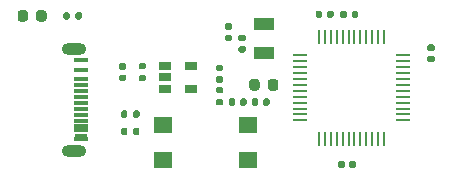
<source format=gbr>
%TF.GenerationSoftware,KiCad,Pcbnew,5.1.9+dfsg1-1*%
%TF.CreationDate,2022-01-14T18:54:51-05:00*%
%TF.ProjectId,samd21g17d,73616d64-3231-4673-9137-642e6b696361,rev?*%
%TF.SameCoordinates,Original*%
%TF.FileFunction,Paste,Top*%
%TF.FilePolarity,Positive*%
%FSLAX46Y46*%
G04 Gerber Fmt 4.6, Leading zero omitted, Abs format (unit mm)*
G04 Created by KiCad (PCBNEW 5.1.9+dfsg1-1) date 2022-01-14 18:54:51*
%MOMM*%
%LPD*%
G01*
G04 APERTURE LIST*
%ADD10R,1.800000X1.000000*%
%ADD11R,1.060000X0.650000*%
%ADD12R,0.250000X1.300000*%
%ADD13R,1.300000X0.250000*%
%ADD14R,1.600000X1.400000*%
%ADD15R,1.150000X0.300000*%
%ADD16O,2.100000X1.000000*%
%ADD17R,1.086500X0.300000*%
G04 APERTURE END LIST*
D10*
%TO.C,Y1*%
X101536500Y-81133000D03*
X101536500Y-78633000D03*
%TD*%
D11*
%TO.C,U2*%
X95397500Y-82235000D03*
X95397500Y-84135000D03*
X93197500Y-84135000D03*
X93197500Y-83185000D03*
X93197500Y-82235000D03*
%TD*%
D12*
%TO.C,U1*%
X106216000Y-79724000D03*
X106716000Y-79724000D03*
X107216000Y-79724000D03*
X107716000Y-79724000D03*
X108216000Y-79724000D03*
X108716000Y-79724000D03*
X109216000Y-79724000D03*
X109716000Y-79724000D03*
X110216000Y-79724000D03*
X110716000Y-79724000D03*
X111216000Y-79724000D03*
X111716000Y-79724000D03*
D13*
X113316000Y-81324000D03*
X113316000Y-81824000D03*
X113316000Y-82324000D03*
X113316000Y-82824000D03*
X113316000Y-83324000D03*
X113316000Y-83824000D03*
X113316000Y-84324000D03*
X113316000Y-84824000D03*
X113316000Y-85324000D03*
X113316000Y-85824000D03*
X113316000Y-86324000D03*
X113316000Y-86824000D03*
D12*
X111716000Y-88424000D03*
X111216000Y-88424000D03*
X110716000Y-88424000D03*
X110216000Y-88424000D03*
X109716000Y-88424000D03*
X109216000Y-88424000D03*
X108716000Y-88424000D03*
X108216000Y-88424000D03*
X107716000Y-88424000D03*
X107216000Y-88424000D03*
X106716000Y-88424000D03*
X106216000Y-88424000D03*
D13*
X104616000Y-86824000D03*
X104616000Y-86324000D03*
X104616000Y-85824000D03*
X104616000Y-85324000D03*
X104616000Y-84824000D03*
X104616000Y-84324000D03*
X104616000Y-83824000D03*
X104616000Y-83324000D03*
X104616000Y-82824000D03*
X104616000Y-82324000D03*
X104616000Y-81824000D03*
X104616000Y-81324000D03*
%TD*%
D14*
%TO.C,RESET*%
X100207000Y-90195500D03*
X93007000Y-90195500D03*
X100207000Y-87195500D03*
X93007000Y-87195500D03*
%TD*%
%TO.C,R5*%
G36*
G01*
X97605000Y-85012500D02*
X97975000Y-85012500D01*
G75*
G02*
X98110000Y-85147500I0J-135000D01*
G01*
X98110000Y-85417500D01*
G75*
G02*
X97975000Y-85552500I-135000J0D01*
G01*
X97605000Y-85552500D01*
G75*
G02*
X97470000Y-85417500I0J135000D01*
G01*
X97470000Y-85147500D01*
G75*
G02*
X97605000Y-85012500I135000J0D01*
G01*
G37*
G36*
G01*
X97605000Y-83992500D02*
X97975000Y-83992500D01*
G75*
G02*
X98110000Y-84127500I0J-135000D01*
G01*
X98110000Y-84397500D01*
G75*
G02*
X97975000Y-84532500I-135000J0D01*
G01*
X97605000Y-84532500D01*
G75*
G02*
X97470000Y-84397500I0J135000D01*
G01*
X97470000Y-84127500D01*
G75*
G02*
X97605000Y-83992500I135000J0D01*
G01*
G37*
%TD*%
%TO.C,R4*%
G36*
G01*
X91434500Y-82500500D02*
X91064500Y-82500500D01*
G75*
G02*
X90929500Y-82365500I0J135000D01*
G01*
X90929500Y-82095500D01*
G75*
G02*
X91064500Y-81960500I135000J0D01*
G01*
X91434500Y-81960500D01*
G75*
G02*
X91569500Y-82095500I0J-135000D01*
G01*
X91569500Y-82365500D01*
G75*
G02*
X91434500Y-82500500I-135000J0D01*
G01*
G37*
G36*
G01*
X91434500Y-83520500D02*
X91064500Y-83520500D01*
G75*
G02*
X90929500Y-83385500I0J135000D01*
G01*
X90929500Y-83115500D01*
G75*
G02*
X91064500Y-82980500I135000J0D01*
G01*
X91434500Y-82980500D01*
G75*
G02*
X91569500Y-83115500I0J-135000D01*
G01*
X91569500Y-83385500D01*
G75*
G02*
X91434500Y-83520500I-135000J0D01*
G01*
G37*
%TD*%
%TO.C,R3*%
G36*
G01*
X85104000Y-77793000D02*
X85104000Y-78163000D01*
G75*
G02*
X84969000Y-78298000I-135000J0D01*
G01*
X84699000Y-78298000D01*
G75*
G02*
X84564000Y-78163000I0J135000D01*
G01*
X84564000Y-77793000D01*
G75*
G02*
X84699000Y-77658000I135000J0D01*
G01*
X84969000Y-77658000D01*
G75*
G02*
X85104000Y-77793000I0J-135000D01*
G01*
G37*
G36*
G01*
X86124000Y-77793000D02*
X86124000Y-78163000D01*
G75*
G02*
X85989000Y-78298000I-135000J0D01*
G01*
X85719000Y-78298000D01*
G75*
G02*
X85584000Y-78163000I0J135000D01*
G01*
X85584000Y-77793000D01*
G75*
G02*
X85719000Y-77658000I135000J0D01*
G01*
X85989000Y-77658000D01*
G75*
G02*
X86124000Y-77793000I0J-135000D01*
G01*
G37*
%TD*%
%TO.C,R2*%
G36*
G01*
X90475500Y-86481500D02*
X90475500Y-86111500D01*
G75*
G02*
X90610500Y-85976500I135000J0D01*
G01*
X90880500Y-85976500D01*
G75*
G02*
X91015500Y-86111500I0J-135000D01*
G01*
X91015500Y-86481500D01*
G75*
G02*
X90880500Y-86616500I-135000J0D01*
G01*
X90610500Y-86616500D01*
G75*
G02*
X90475500Y-86481500I0J135000D01*
G01*
G37*
G36*
G01*
X89455500Y-86481500D02*
X89455500Y-86111500D01*
G75*
G02*
X89590500Y-85976500I135000J0D01*
G01*
X89860500Y-85976500D01*
G75*
G02*
X89995500Y-86111500I0J-135000D01*
G01*
X89995500Y-86481500D01*
G75*
G02*
X89860500Y-86616500I-135000J0D01*
G01*
X89590500Y-86616500D01*
G75*
G02*
X89455500Y-86481500I0J135000D01*
G01*
G37*
%TD*%
%TO.C,R1*%
G36*
G01*
X90473500Y-87942000D02*
X90473500Y-87572000D01*
G75*
G02*
X90608500Y-87437000I135000J0D01*
G01*
X90878500Y-87437000D01*
G75*
G02*
X91013500Y-87572000I0J-135000D01*
G01*
X91013500Y-87942000D01*
G75*
G02*
X90878500Y-88077000I-135000J0D01*
G01*
X90608500Y-88077000D01*
G75*
G02*
X90473500Y-87942000I0J135000D01*
G01*
G37*
G36*
G01*
X89453500Y-87942000D02*
X89453500Y-87572000D01*
G75*
G02*
X89588500Y-87437000I135000J0D01*
G01*
X89858500Y-87437000D01*
G75*
G02*
X89993500Y-87572000I0J-135000D01*
G01*
X89993500Y-87942000D01*
G75*
G02*
X89858500Y-88077000I-135000J0D01*
G01*
X89588500Y-88077000D01*
G75*
G02*
X89453500Y-87942000I0J135000D01*
G01*
G37*
%TD*%
%TO.C,L1*%
G36*
G01*
X101886500Y-84076250D02*
X101886500Y-83563750D01*
G75*
G02*
X102105250Y-83345000I218750J0D01*
G01*
X102542750Y-83345000D01*
G75*
G02*
X102761500Y-83563750I0J-218750D01*
G01*
X102761500Y-84076250D01*
G75*
G02*
X102542750Y-84295000I-218750J0D01*
G01*
X102105250Y-84295000D01*
G75*
G02*
X101886500Y-84076250I0J218750D01*
G01*
G37*
G36*
G01*
X100311500Y-84076250D02*
X100311500Y-83563750D01*
G75*
G02*
X100530250Y-83345000I218750J0D01*
G01*
X100967750Y-83345000D01*
G75*
G02*
X101186500Y-83563750I0J-218750D01*
G01*
X101186500Y-84076250D01*
G75*
G02*
X100967750Y-84295000I-218750J0D01*
G01*
X100530250Y-84295000D01*
G75*
G02*
X100311500Y-84076250I0J218750D01*
G01*
G37*
%TD*%
D15*
%TO.C,J1*%
X86058000Y-88440000D03*
X86058000Y-87640000D03*
D16*
X85483000Y-80770000D03*
X85483000Y-89410000D03*
D15*
X86058000Y-86840000D03*
X86058000Y-86340000D03*
X86058000Y-85840000D03*
X86058000Y-85340000D03*
X86058000Y-84840000D03*
X86058000Y-84340000D03*
X86058000Y-83840000D03*
X86058000Y-83340000D03*
D17*
X86089750Y-88140000D03*
D15*
X86058000Y-87340000D03*
X86058000Y-82540000D03*
X86058000Y-81740000D03*
%TD*%
%TO.C,D1*%
G36*
G01*
X82265000Y-78234250D02*
X82265000Y-77721750D01*
G75*
G02*
X82483750Y-77503000I218750J0D01*
G01*
X82921250Y-77503000D01*
G75*
G02*
X83140000Y-77721750I0J-218750D01*
G01*
X83140000Y-78234250D01*
G75*
G02*
X82921250Y-78453000I-218750J0D01*
G01*
X82483750Y-78453000D01*
G75*
G02*
X82265000Y-78234250I0J218750D01*
G01*
G37*
G36*
G01*
X80690000Y-78234250D02*
X80690000Y-77721750D01*
G75*
G02*
X80908750Y-77503000I218750J0D01*
G01*
X81346250Y-77503000D01*
G75*
G02*
X81565000Y-77721750I0J-218750D01*
G01*
X81565000Y-78234250D01*
G75*
G02*
X81346250Y-78453000I-218750J0D01*
G01*
X80908750Y-78453000D01*
G75*
G02*
X80690000Y-78234250I0J218750D01*
G01*
G37*
%TD*%
%TO.C,C10*%
G36*
G01*
X101082500Y-85110500D02*
X101082500Y-85450500D01*
G75*
G02*
X100942500Y-85590500I-140000J0D01*
G01*
X100662500Y-85590500D01*
G75*
G02*
X100522500Y-85450500I0J140000D01*
G01*
X100522500Y-85110500D01*
G75*
G02*
X100662500Y-84970500I140000J0D01*
G01*
X100942500Y-84970500D01*
G75*
G02*
X101082500Y-85110500I0J-140000D01*
G01*
G37*
G36*
G01*
X102042500Y-85110500D02*
X102042500Y-85450500D01*
G75*
G02*
X101902500Y-85590500I-140000J0D01*
G01*
X101622500Y-85590500D01*
G75*
G02*
X101482500Y-85450500I0J140000D01*
G01*
X101482500Y-85110500D01*
G75*
G02*
X101622500Y-84970500I140000J0D01*
G01*
X101902500Y-84970500D01*
G75*
G02*
X102042500Y-85110500I0J-140000D01*
G01*
G37*
%TD*%
%TO.C,C9*%
G36*
G01*
X108785000Y-90721000D02*
X108785000Y-90381000D01*
G75*
G02*
X108925000Y-90241000I140000J0D01*
G01*
X109205000Y-90241000D01*
G75*
G02*
X109345000Y-90381000I0J-140000D01*
G01*
X109345000Y-90721000D01*
G75*
G02*
X109205000Y-90861000I-140000J0D01*
G01*
X108925000Y-90861000D01*
G75*
G02*
X108785000Y-90721000I0J140000D01*
G01*
G37*
G36*
G01*
X107825000Y-90721000D02*
X107825000Y-90381000D01*
G75*
G02*
X107965000Y-90241000I140000J0D01*
G01*
X108245000Y-90241000D01*
G75*
G02*
X108385000Y-90381000I0J-140000D01*
G01*
X108385000Y-90721000D01*
G75*
G02*
X108245000Y-90861000I-140000J0D01*
G01*
X107965000Y-90861000D01*
G75*
G02*
X107825000Y-90721000I0J140000D01*
G01*
G37*
%TD*%
%TO.C,C8*%
G36*
G01*
X115527000Y-81353000D02*
X115867000Y-81353000D01*
G75*
G02*
X116007000Y-81493000I0J-140000D01*
G01*
X116007000Y-81773000D01*
G75*
G02*
X115867000Y-81913000I-140000J0D01*
G01*
X115527000Y-81913000D01*
G75*
G02*
X115387000Y-81773000I0J140000D01*
G01*
X115387000Y-81493000D01*
G75*
G02*
X115527000Y-81353000I140000J0D01*
G01*
G37*
G36*
G01*
X115527000Y-80393000D02*
X115867000Y-80393000D01*
G75*
G02*
X116007000Y-80533000I0J-140000D01*
G01*
X116007000Y-80813000D01*
G75*
G02*
X115867000Y-80953000I-140000J0D01*
G01*
X115527000Y-80953000D01*
G75*
G02*
X115387000Y-80813000I0J140000D01*
G01*
X115387000Y-80533000D01*
G75*
G02*
X115527000Y-80393000I140000J0D01*
G01*
G37*
%TD*%
%TO.C,C7*%
G36*
G01*
X108975500Y-78021000D02*
X108975500Y-77681000D01*
G75*
G02*
X109115500Y-77541000I140000J0D01*
G01*
X109395500Y-77541000D01*
G75*
G02*
X109535500Y-77681000I0J-140000D01*
G01*
X109535500Y-78021000D01*
G75*
G02*
X109395500Y-78161000I-140000J0D01*
G01*
X109115500Y-78161000D01*
G75*
G02*
X108975500Y-78021000I0J140000D01*
G01*
G37*
G36*
G01*
X108015500Y-78021000D02*
X108015500Y-77681000D01*
G75*
G02*
X108155500Y-77541000I140000J0D01*
G01*
X108435500Y-77541000D01*
G75*
G02*
X108575500Y-77681000I0J-140000D01*
G01*
X108575500Y-78021000D01*
G75*
G02*
X108435500Y-78161000I-140000J0D01*
G01*
X108155500Y-78161000D01*
G75*
G02*
X108015500Y-78021000I0J140000D01*
G01*
G37*
%TD*%
%TO.C,C6*%
G36*
G01*
X106480000Y-77681000D02*
X106480000Y-78021000D01*
G75*
G02*
X106340000Y-78161000I-140000J0D01*
G01*
X106060000Y-78161000D01*
G75*
G02*
X105920000Y-78021000I0J140000D01*
G01*
X105920000Y-77681000D01*
G75*
G02*
X106060000Y-77541000I140000J0D01*
G01*
X106340000Y-77541000D01*
G75*
G02*
X106480000Y-77681000I0J-140000D01*
G01*
G37*
G36*
G01*
X107440000Y-77681000D02*
X107440000Y-78021000D01*
G75*
G02*
X107300000Y-78161000I-140000J0D01*
G01*
X107020000Y-78161000D01*
G75*
G02*
X106880000Y-78021000I0J140000D01*
G01*
X106880000Y-77681000D01*
G75*
G02*
X107020000Y-77541000I140000J0D01*
G01*
X107300000Y-77541000D01*
G75*
G02*
X107440000Y-77681000I0J-140000D01*
G01*
G37*
%TD*%
%TO.C,C5*%
G36*
G01*
X99514000Y-85450500D02*
X99514000Y-85110500D01*
G75*
G02*
X99654000Y-84970500I140000J0D01*
G01*
X99934000Y-84970500D01*
G75*
G02*
X100074000Y-85110500I0J-140000D01*
G01*
X100074000Y-85450500D01*
G75*
G02*
X99934000Y-85590500I-140000J0D01*
G01*
X99654000Y-85590500D01*
G75*
G02*
X99514000Y-85450500I0J140000D01*
G01*
G37*
G36*
G01*
X98554000Y-85450500D02*
X98554000Y-85110500D01*
G75*
G02*
X98694000Y-84970500I140000J0D01*
G01*
X98974000Y-84970500D01*
G75*
G02*
X99114000Y-85110500I0J-140000D01*
G01*
X99114000Y-85450500D01*
G75*
G02*
X98974000Y-85590500I-140000J0D01*
G01*
X98694000Y-85590500D01*
G75*
G02*
X98554000Y-85450500I0J140000D01*
G01*
G37*
%TD*%
%TO.C,C4*%
G36*
G01*
X97620000Y-83067500D02*
X97960000Y-83067500D01*
G75*
G02*
X98100000Y-83207500I0J-140000D01*
G01*
X98100000Y-83487500D01*
G75*
G02*
X97960000Y-83627500I-140000J0D01*
G01*
X97620000Y-83627500D01*
G75*
G02*
X97480000Y-83487500I0J140000D01*
G01*
X97480000Y-83207500D01*
G75*
G02*
X97620000Y-83067500I140000J0D01*
G01*
G37*
G36*
G01*
X97620000Y-82107500D02*
X97960000Y-82107500D01*
G75*
G02*
X98100000Y-82247500I0J-140000D01*
G01*
X98100000Y-82527500D01*
G75*
G02*
X97960000Y-82667500I-140000J0D01*
G01*
X97620000Y-82667500D01*
G75*
G02*
X97480000Y-82527500I0J140000D01*
G01*
X97480000Y-82247500D01*
G75*
G02*
X97620000Y-82107500I140000J0D01*
G01*
G37*
%TD*%
%TO.C,C3*%
G36*
G01*
X89428500Y-82940500D02*
X89768500Y-82940500D01*
G75*
G02*
X89908500Y-83080500I0J-140000D01*
G01*
X89908500Y-83360500D01*
G75*
G02*
X89768500Y-83500500I-140000J0D01*
G01*
X89428500Y-83500500D01*
G75*
G02*
X89288500Y-83360500I0J140000D01*
G01*
X89288500Y-83080500D01*
G75*
G02*
X89428500Y-82940500I140000J0D01*
G01*
G37*
G36*
G01*
X89428500Y-81980500D02*
X89768500Y-81980500D01*
G75*
G02*
X89908500Y-82120500I0J-140000D01*
G01*
X89908500Y-82400500D01*
G75*
G02*
X89768500Y-82540500I-140000J0D01*
G01*
X89428500Y-82540500D01*
G75*
G02*
X89288500Y-82400500I0J140000D01*
G01*
X89288500Y-82120500D01*
G75*
G02*
X89428500Y-81980500I140000J0D01*
G01*
G37*
%TD*%
%TO.C,C2*%
G36*
G01*
X99525000Y-80527500D02*
X99865000Y-80527500D01*
G75*
G02*
X100005000Y-80667500I0J-140000D01*
G01*
X100005000Y-80947500D01*
G75*
G02*
X99865000Y-81087500I-140000J0D01*
G01*
X99525000Y-81087500D01*
G75*
G02*
X99385000Y-80947500I0J140000D01*
G01*
X99385000Y-80667500D01*
G75*
G02*
X99525000Y-80527500I140000J0D01*
G01*
G37*
G36*
G01*
X99525000Y-79567500D02*
X99865000Y-79567500D01*
G75*
G02*
X100005000Y-79707500I0J-140000D01*
G01*
X100005000Y-79987500D01*
G75*
G02*
X99865000Y-80127500I-140000J0D01*
G01*
X99525000Y-80127500D01*
G75*
G02*
X99385000Y-79987500I0J140000D01*
G01*
X99385000Y-79707500D01*
G75*
G02*
X99525000Y-79567500I140000J0D01*
G01*
G37*
%TD*%
%TO.C,C1*%
G36*
G01*
X98382000Y-79575000D02*
X98722000Y-79575000D01*
G75*
G02*
X98862000Y-79715000I0J-140000D01*
G01*
X98862000Y-79995000D01*
G75*
G02*
X98722000Y-80135000I-140000J0D01*
G01*
X98382000Y-80135000D01*
G75*
G02*
X98242000Y-79995000I0J140000D01*
G01*
X98242000Y-79715000D01*
G75*
G02*
X98382000Y-79575000I140000J0D01*
G01*
G37*
G36*
G01*
X98382000Y-78615000D02*
X98722000Y-78615000D01*
G75*
G02*
X98862000Y-78755000I0J-140000D01*
G01*
X98862000Y-79035000D01*
G75*
G02*
X98722000Y-79175000I-140000J0D01*
G01*
X98382000Y-79175000D01*
G75*
G02*
X98242000Y-79035000I0J140000D01*
G01*
X98242000Y-78755000D01*
G75*
G02*
X98382000Y-78615000I140000J0D01*
G01*
G37*
%TD*%
M02*

</source>
